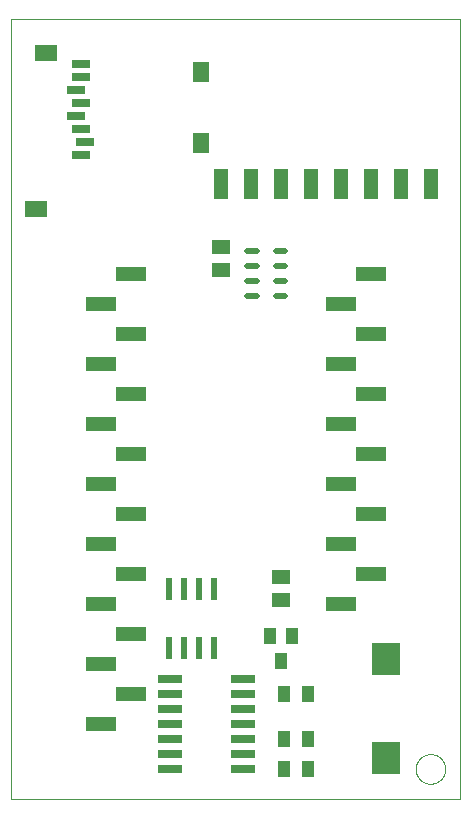
<source format=gtp>
G75*
%MOIN*%
%OFA0B0*%
%FSLAX25Y25*%
%IPPOS*%
%LPD*%
%AMOC8*
5,1,8,0,0,1.08239X$1,22.5*
%
%ADD10C,0.00000*%
%ADD11R,0.08000X0.02600*%
%ADD12R,0.04331X0.05512*%
%ADD13R,0.07480X0.05512*%
%ADD14R,0.05512X0.07087*%
%ADD15R,0.05906X0.02756*%
%ADD16R,0.03937X0.05512*%
%ADD17R,0.05906X0.05118*%
%ADD18R,0.02200X0.07800*%
%ADD19C,0.02165*%
%ADD20R,0.06299X0.05118*%
%ADD21R,0.09488X0.10669*%
%ADD22R,0.10000X0.05000*%
%ADD23R,0.05000X0.10000*%
D10*
X0057595Y0123933D02*
X0057595Y0383776D01*
X0207201Y0383776D01*
X0207201Y0123933D01*
X0057595Y0123933D01*
X0192438Y0133776D02*
X0192440Y0133916D01*
X0192446Y0134056D01*
X0192456Y0134195D01*
X0192470Y0134334D01*
X0192488Y0134473D01*
X0192509Y0134611D01*
X0192535Y0134749D01*
X0192565Y0134886D01*
X0192598Y0135021D01*
X0192636Y0135156D01*
X0192677Y0135290D01*
X0192722Y0135423D01*
X0192770Y0135554D01*
X0192823Y0135683D01*
X0192879Y0135812D01*
X0192938Y0135938D01*
X0193002Y0136063D01*
X0193068Y0136186D01*
X0193139Y0136307D01*
X0193212Y0136426D01*
X0193289Y0136543D01*
X0193370Y0136657D01*
X0193453Y0136769D01*
X0193540Y0136879D01*
X0193630Y0136987D01*
X0193722Y0137091D01*
X0193818Y0137193D01*
X0193917Y0137293D01*
X0194018Y0137389D01*
X0194122Y0137483D01*
X0194229Y0137573D01*
X0194338Y0137660D01*
X0194450Y0137745D01*
X0194564Y0137826D01*
X0194680Y0137904D01*
X0194798Y0137978D01*
X0194919Y0138049D01*
X0195041Y0138117D01*
X0195166Y0138181D01*
X0195292Y0138242D01*
X0195419Y0138299D01*
X0195549Y0138352D01*
X0195680Y0138402D01*
X0195812Y0138447D01*
X0195945Y0138490D01*
X0196080Y0138528D01*
X0196215Y0138562D01*
X0196352Y0138593D01*
X0196489Y0138620D01*
X0196627Y0138642D01*
X0196766Y0138661D01*
X0196905Y0138676D01*
X0197044Y0138687D01*
X0197184Y0138694D01*
X0197324Y0138697D01*
X0197464Y0138696D01*
X0197604Y0138691D01*
X0197743Y0138682D01*
X0197883Y0138669D01*
X0198022Y0138652D01*
X0198160Y0138631D01*
X0198298Y0138607D01*
X0198435Y0138578D01*
X0198571Y0138546D01*
X0198706Y0138509D01*
X0198840Y0138469D01*
X0198973Y0138425D01*
X0199104Y0138377D01*
X0199234Y0138326D01*
X0199363Y0138271D01*
X0199490Y0138212D01*
X0199615Y0138149D01*
X0199738Y0138084D01*
X0199860Y0138014D01*
X0199979Y0137941D01*
X0200097Y0137865D01*
X0200212Y0137786D01*
X0200325Y0137703D01*
X0200435Y0137617D01*
X0200543Y0137528D01*
X0200648Y0137436D01*
X0200751Y0137341D01*
X0200851Y0137243D01*
X0200948Y0137143D01*
X0201042Y0137039D01*
X0201134Y0136933D01*
X0201222Y0136825D01*
X0201307Y0136714D01*
X0201389Y0136600D01*
X0201468Y0136484D01*
X0201543Y0136367D01*
X0201615Y0136247D01*
X0201683Y0136125D01*
X0201748Y0136001D01*
X0201810Y0135875D01*
X0201868Y0135748D01*
X0201922Y0135619D01*
X0201973Y0135488D01*
X0202019Y0135356D01*
X0202062Y0135223D01*
X0202102Y0135089D01*
X0202137Y0134954D01*
X0202169Y0134817D01*
X0202196Y0134680D01*
X0202220Y0134542D01*
X0202240Y0134404D01*
X0202256Y0134265D01*
X0202268Y0134125D01*
X0202276Y0133986D01*
X0202280Y0133846D01*
X0202280Y0133706D01*
X0202276Y0133566D01*
X0202268Y0133427D01*
X0202256Y0133287D01*
X0202240Y0133148D01*
X0202220Y0133010D01*
X0202196Y0132872D01*
X0202169Y0132735D01*
X0202137Y0132598D01*
X0202102Y0132463D01*
X0202062Y0132329D01*
X0202019Y0132196D01*
X0201973Y0132064D01*
X0201922Y0131933D01*
X0201868Y0131804D01*
X0201810Y0131677D01*
X0201748Y0131551D01*
X0201683Y0131427D01*
X0201615Y0131305D01*
X0201543Y0131185D01*
X0201468Y0131068D01*
X0201389Y0130952D01*
X0201307Y0130838D01*
X0201222Y0130727D01*
X0201134Y0130619D01*
X0201042Y0130513D01*
X0200948Y0130409D01*
X0200851Y0130309D01*
X0200751Y0130211D01*
X0200648Y0130116D01*
X0200543Y0130024D01*
X0200435Y0129935D01*
X0200325Y0129849D01*
X0200212Y0129766D01*
X0200097Y0129687D01*
X0199979Y0129611D01*
X0199860Y0129538D01*
X0199738Y0129468D01*
X0199615Y0129403D01*
X0199490Y0129340D01*
X0199363Y0129281D01*
X0199234Y0129226D01*
X0199104Y0129175D01*
X0198973Y0129127D01*
X0198840Y0129083D01*
X0198706Y0129043D01*
X0198571Y0129006D01*
X0198435Y0128974D01*
X0198298Y0128945D01*
X0198160Y0128921D01*
X0198022Y0128900D01*
X0197883Y0128883D01*
X0197743Y0128870D01*
X0197604Y0128861D01*
X0197464Y0128856D01*
X0197324Y0128855D01*
X0197184Y0128858D01*
X0197044Y0128865D01*
X0196905Y0128876D01*
X0196766Y0128891D01*
X0196627Y0128910D01*
X0196489Y0128932D01*
X0196352Y0128959D01*
X0196215Y0128990D01*
X0196080Y0129024D01*
X0195945Y0129062D01*
X0195812Y0129105D01*
X0195680Y0129150D01*
X0195549Y0129200D01*
X0195419Y0129253D01*
X0195292Y0129310D01*
X0195166Y0129371D01*
X0195041Y0129435D01*
X0194919Y0129503D01*
X0194798Y0129574D01*
X0194680Y0129648D01*
X0194564Y0129726D01*
X0194450Y0129807D01*
X0194338Y0129892D01*
X0194229Y0129979D01*
X0194122Y0130069D01*
X0194018Y0130163D01*
X0193917Y0130259D01*
X0193818Y0130359D01*
X0193722Y0130461D01*
X0193630Y0130565D01*
X0193540Y0130673D01*
X0193453Y0130783D01*
X0193370Y0130895D01*
X0193289Y0131009D01*
X0193212Y0131126D01*
X0193139Y0131245D01*
X0193068Y0131366D01*
X0193002Y0131489D01*
X0192938Y0131614D01*
X0192879Y0131740D01*
X0192823Y0131869D01*
X0192770Y0131998D01*
X0192722Y0132129D01*
X0192677Y0132262D01*
X0192636Y0132396D01*
X0192598Y0132531D01*
X0192565Y0132666D01*
X0192535Y0132803D01*
X0192509Y0132941D01*
X0192488Y0133079D01*
X0192470Y0133218D01*
X0192456Y0133357D01*
X0192446Y0133496D01*
X0192440Y0133636D01*
X0192438Y0133776D01*
D11*
X0134695Y0133933D03*
X0134695Y0138933D03*
X0134695Y0143933D03*
X0134695Y0148933D03*
X0134695Y0153933D03*
X0134695Y0158933D03*
X0134695Y0163933D03*
X0110495Y0163933D03*
X0110495Y0158933D03*
X0110495Y0153933D03*
X0110495Y0148933D03*
X0110495Y0143933D03*
X0110495Y0138933D03*
X0110495Y0133933D03*
D12*
X0148658Y0133933D03*
X0148658Y0143933D03*
X0156532Y0143933D03*
X0156532Y0133933D03*
X0156532Y0158933D03*
X0148658Y0158933D03*
D13*
X0065745Y0320390D03*
X0069288Y0372358D03*
D14*
X0120863Y0366059D03*
X0120863Y0342437D03*
D15*
X0082280Y0342831D03*
X0080705Y0347161D03*
X0079131Y0351492D03*
X0080705Y0355823D03*
X0079131Y0360154D03*
X0080705Y0364484D03*
X0080705Y0368815D03*
X0080705Y0338500D03*
D16*
X0143855Y0178264D03*
X0147595Y0169602D03*
X0151335Y0178264D03*
D17*
X0147595Y0190193D03*
X0147595Y0197673D03*
D18*
X0125095Y0193633D03*
X0120095Y0193633D03*
X0115095Y0193633D03*
X0110095Y0193633D03*
X0110095Y0174233D03*
X0115095Y0174233D03*
X0120095Y0174233D03*
X0125095Y0174233D03*
D19*
X0136296Y0291551D02*
X0139446Y0291551D01*
X0136296Y0291551D02*
X0136296Y0291551D01*
X0139446Y0291551D01*
X0139446Y0291551D01*
X0139446Y0296472D02*
X0136296Y0296472D01*
X0136296Y0296472D01*
X0139446Y0296472D01*
X0139446Y0296472D01*
X0139446Y0301394D02*
X0136296Y0301394D01*
X0136296Y0301394D01*
X0139446Y0301394D01*
X0139446Y0301394D01*
X0139446Y0306315D02*
X0136296Y0306315D01*
X0136296Y0306315D01*
X0139446Y0306315D01*
X0139446Y0306315D01*
X0145745Y0306315D02*
X0148895Y0306315D01*
X0145745Y0306315D02*
X0145745Y0306315D01*
X0148895Y0306315D01*
X0148895Y0306315D01*
X0148895Y0301394D02*
X0145745Y0301394D01*
X0145745Y0301394D01*
X0148895Y0301394D01*
X0148895Y0301394D01*
X0148895Y0296472D02*
X0145745Y0296472D01*
X0145745Y0296472D01*
X0148895Y0296472D01*
X0148895Y0296472D01*
X0148895Y0291551D02*
X0145745Y0291551D01*
X0145745Y0291551D01*
X0148895Y0291551D01*
X0148895Y0291551D01*
D20*
X0127595Y0299996D03*
X0127595Y0307870D03*
D21*
X0182595Y0170272D03*
X0182595Y0137594D03*
D22*
X0167595Y0188933D03*
X0177595Y0198933D03*
X0167595Y0208933D03*
X0177595Y0218933D03*
X0167595Y0228933D03*
X0177595Y0238933D03*
X0167595Y0248933D03*
X0177595Y0258933D03*
X0167595Y0268933D03*
X0177595Y0278933D03*
X0167595Y0288933D03*
X0177595Y0298933D03*
X0097595Y0298933D03*
X0087595Y0288933D03*
X0097595Y0278933D03*
X0087595Y0268933D03*
X0097595Y0258933D03*
X0087595Y0248933D03*
X0097595Y0238933D03*
X0087595Y0228933D03*
X0097595Y0218933D03*
X0087595Y0208933D03*
X0097595Y0198933D03*
X0087595Y0188933D03*
X0097595Y0178933D03*
X0087595Y0168933D03*
X0097595Y0158933D03*
X0087595Y0148933D03*
D23*
X0127595Y0328933D03*
X0137595Y0328933D03*
X0147595Y0328933D03*
X0157595Y0328933D03*
X0167595Y0328933D03*
X0177595Y0328933D03*
X0187595Y0328933D03*
X0197595Y0328933D03*
M02*

</source>
